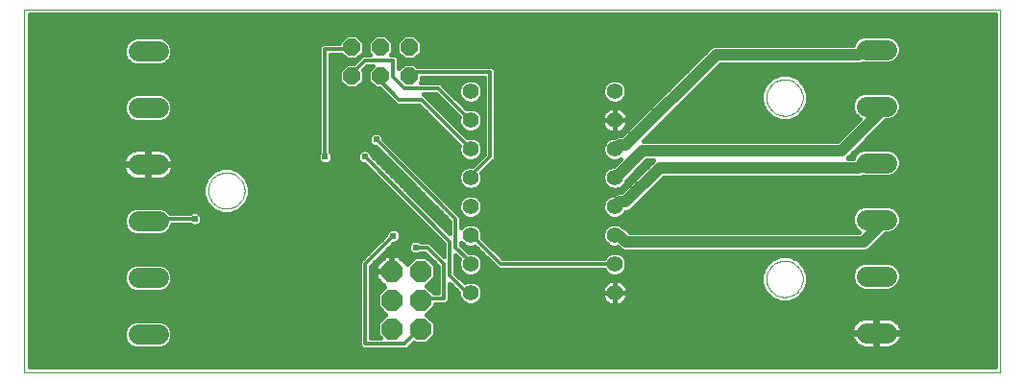
<source format=gbl>
G75*
G70*
%OFA0B0*%
%FSLAX24Y24*%
%IPPOS*%
%LPD*%
%AMOC8*
5,1,8,0,0,1.08239X$1,22.5*
%
%ADD10C,0.0000*%
%ADD11OC8,0.0600*%
%ADD12C,0.0554*%
%ADD13OC8,0.0740*%
%ADD14C,0.0705*%
%ADD15C,0.0120*%
%ADD16C,0.0240*%
%ADD17C,0.0160*%
%ADD18C,0.0317*%
%ADD19C,0.0400*%
D10*
X007188Y005731D02*
X007188Y018325D01*
X041042Y018325D01*
X041042Y005731D01*
X007188Y005731D01*
X013566Y012030D02*
X013568Y012080D01*
X013574Y012130D01*
X013584Y012179D01*
X013598Y012227D01*
X013615Y012274D01*
X013636Y012319D01*
X013661Y012363D01*
X013689Y012404D01*
X013721Y012443D01*
X013755Y012480D01*
X013792Y012514D01*
X013832Y012544D01*
X013874Y012571D01*
X013918Y012595D01*
X013964Y012616D01*
X014011Y012632D01*
X014059Y012645D01*
X014109Y012654D01*
X014158Y012659D01*
X014209Y012660D01*
X014259Y012657D01*
X014308Y012650D01*
X014357Y012639D01*
X014405Y012624D01*
X014451Y012606D01*
X014496Y012584D01*
X014539Y012558D01*
X014580Y012529D01*
X014619Y012497D01*
X014655Y012462D01*
X014687Y012424D01*
X014717Y012384D01*
X014744Y012341D01*
X014767Y012297D01*
X014786Y012251D01*
X014802Y012203D01*
X014814Y012154D01*
X014822Y012105D01*
X014826Y012055D01*
X014826Y012005D01*
X014822Y011955D01*
X014814Y011906D01*
X014802Y011857D01*
X014786Y011809D01*
X014767Y011763D01*
X014744Y011719D01*
X014717Y011676D01*
X014687Y011636D01*
X014655Y011598D01*
X014619Y011563D01*
X014580Y011531D01*
X014539Y011502D01*
X014496Y011476D01*
X014451Y011454D01*
X014405Y011436D01*
X014357Y011421D01*
X014308Y011410D01*
X014259Y011403D01*
X014209Y011400D01*
X014158Y011401D01*
X014109Y011406D01*
X014059Y011415D01*
X014011Y011428D01*
X013964Y011444D01*
X013918Y011465D01*
X013874Y011489D01*
X013832Y011516D01*
X013792Y011546D01*
X013755Y011580D01*
X013721Y011617D01*
X013689Y011656D01*
X013661Y011697D01*
X013636Y011741D01*
X013615Y011786D01*
X013598Y011833D01*
X013584Y011881D01*
X013574Y011930D01*
X013568Y011980D01*
X013566Y012030D01*
X032936Y008960D02*
X032938Y009010D01*
X032944Y009060D01*
X032954Y009109D01*
X032968Y009157D01*
X032985Y009204D01*
X033006Y009249D01*
X033031Y009293D01*
X033059Y009334D01*
X033091Y009373D01*
X033125Y009410D01*
X033162Y009444D01*
X033202Y009474D01*
X033244Y009501D01*
X033288Y009525D01*
X033334Y009546D01*
X033381Y009562D01*
X033429Y009575D01*
X033479Y009584D01*
X033528Y009589D01*
X033579Y009590D01*
X033629Y009587D01*
X033678Y009580D01*
X033727Y009569D01*
X033775Y009554D01*
X033821Y009536D01*
X033866Y009514D01*
X033909Y009488D01*
X033950Y009459D01*
X033989Y009427D01*
X034025Y009392D01*
X034057Y009354D01*
X034087Y009314D01*
X034114Y009271D01*
X034137Y009227D01*
X034156Y009181D01*
X034172Y009133D01*
X034184Y009084D01*
X034192Y009035D01*
X034196Y008985D01*
X034196Y008935D01*
X034192Y008885D01*
X034184Y008836D01*
X034172Y008787D01*
X034156Y008739D01*
X034137Y008693D01*
X034114Y008649D01*
X034087Y008606D01*
X034057Y008566D01*
X034025Y008528D01*
X033989Y008493D01*
X033950Y008461D01*
X033909Y008432D01*
X033866Y008406D01*
X033821Y008384D01*
X033775Y008366D01*
X033727Y008351D01*
X033678Y008340D01*
X033629Y008333D01*
X033579Y008330D01*
X033528Y008331D01*
X033479Y008336D01*
X033429Y008345D01*
X033381Y008358D01*
X033334Y008374D01*
X033288Y008395D01*
X033244Y008419D01*
X033202Y008446D01*
X033162Y008476D01*
X033125Y008510D01*
X033091Y008547D01*
X033059Y008586D01*
X033031Y008627D01*
X033006Y008671D01*
X032985Y008716D01*
X032968Y008763D01*
X032954Y008811D01*
X032944Y008860D01*
X032938Y008910D01*
X032936Y008960D01*
X032936Y015259D02*
X032938Y015309D01*
X032944Y015359D01*
X032954Y015408D01*
X032968Y015456D01*
X032985Y015503D01*
X033006Y015548D01*
X033031Y015592D01*
X033059Y015633D01*
X033091Y015672D01*
X033125Y015709D01*
X033162Y015743D01*
X033202Y015773D01*
X033244Y015800D01*
X033288Y015824D01*
X033334Y015845D01*
X033381Y015861D01*
X033429Y015874D01*
X033479Y015883D01*
X033528Y015888D01*
X033579Y015889D01*
X033629Y015886D01*
X033678Y015879D01*
X033727Y015868D01*
X033775Y015853D01*
X033821Y015835D01*
X033866Y015813D01*
X033909Y015787D01*
X033950Y015758D01*
X033989Y015726D01*
X034025Y015691D01*
X034057Y015653D01*
X034087Y015613D01*
X034114Y015570D01*
X034137Y015526D01*
X034156Y015480D01*
X034172Y015432D01*
X034184Y015383D01*
X034192Y015334D01*
X034196Y015284D01*
X034196Y015234D01*
X034192Y015184D01*
X034184Y015135D01*
X034172Y015086D01*
X034156Y015038D01*
X034137Y014992D01*
X034114Y014948D01*
X034087Y014905D01*
X034057Y014865D01*
X034025Y014827D01*
X033989Y014792D01*
X033950Y014760D01*
X033909Y014731D01*
X033866Y014705D01*
X033821Y014683D01*
X033775Y014665D01*
X033727Y014650D01*
X033678Y014639D01*
X033629Y014632D01*
X033579Y014629D01*
X033528Y014630D01*
X033479Y014635D01*
X033429Y014644D01*
X033381Y014657D01*
X033334Y014673D01*
X033288Y014694D01*
X033244Y014718D01*
X033202Y014745D01*
X033162Y014775D01*
X033125Y014809D01*
X033091Y014846D01*
X033059Y014885D01*
X033031Y014926D01*
X033006Y014970D01*
X032985Y015015D01*
X032968Y015062D01*
X032954Y015110D01*
X032944Y015159D01*
X032938Y015209D01*
X032936Y015259D01*
D11*
X020542Y016013D03*
X019542Y016013D03*
X018542Y016013D03*
X018542Y017013D03*
X019542Y017013D03*
X020542Y017013D03*
D12*
X022672Y015481D03*
X022672Y014481D03*
X022672Y013481D03*
X022672Y012481D03*
X022672Y011481D03*
X022672Y010481D03*
X022672Y009481D03*
X022672Y008481D03*
X027672Y008481D03*
X027672Y009481D03*
X027672Y010481D03*
X027672Y011481D03*
X027672Y012481D03*
X027672Y013481D03*
X027672Y014481D03*
X027672Y015481D03*
D13*
X020936Y009227D03*
X019936Y009227D03*
X019936Y008227D03*
X020936Y008227D03*
X020936Y007227D03*
X019936Y007227D03*
D14*
X011831Y007036D02*
X011126Y007036D01*
X011126Y009004D02*
X011831Y009004D01*
X011831Y010973D02*
X011126Y010973D01*
X011126Y012941D02*
X011831Y012941D01*
X011831Y014910D02*
X011126Y014910D01*
X011126Y016878D02*
X011831Y016878D01*
X036401Y016932D02*
X037106Y016932D01*
X037106Y014963D02*
X036401Y014963D01*
X036401Y012995D02*
X037106Y012995D01*
X037106Y011026D02*
X036401Y011026D01*
X036401Y009058D02*
X037106Y009058D01*
X037106Y007089D02*
X036401Y007089D01*
D15*
X027672Y009481D02*
X027660Y009471D01*
X023723Y009471D01*
X022739Y010456D01*
X022672Y010481D01*
X021952Y010259D02*
X018999Y013211D01*
X017621Y013211D02*
X017621Y016952D01*
X018408Y016952D01*
X018542Y017013D01*
X018999Y016558D02*
X018605Y016164D01*
X018542Y016013D01*
X019393Y015967D02*
X019542Y016013D01*
X019393Y015967D02*
X020180Y015180D01*
X020967Y015180D01*
X022542Y013605D01*
X022672Y013481D01*
X023330Y013211D02*
X023330Y016164D01*
X020574Y016164D01*
X020542Y016013D01*
X020377Y015574D02*
X019983Y015967D01*
X019983Y016558D01*
X018999Y016558D01*
X020377Y015574D02*
X021558Y015574D01*
X022542Y014589D01*
X022672Y014481D01*
X023330Y013211D02*
X022739Y012621D01*
X022672Y012481D01*
X022149Y011046D02*
X019393Y013802D01*
X022149Y011046D02*
X022149Y010062D01*
X022542Y009668D01*
X022672Y009481D01*
X021952Y009078D02*
X021952Y010259D01*
X021755Y009471D02*
X021164Y010062D01*
X020771Y010062D01*
X019983Y010456D02*
X018999Y009471D01*
X018999Y006715D01*
X020377Y006715D01*
X020771Y007109D01*
X020936Y007227D01*
X020936Y008227D02*
X020967Y008290D01*
X021755Y008290D01*
X021755Y009471D01*
X021952Y009078D02*
X022542Y008487D01*
X022672Y008481D01*
X013093Y011046D02*
X011519Y011046D01*
X011478Y010973D01*
D16*
X013093Y011046D03*
X017621Y013211D03*
X018999Y013211D03*
X019393Y013802D03*
X019983Y010456D03*
X020771Y010062D03*
D17*
X020534Y010169D02*
X019980Y010169D01*
X020006Y010196D02*
X020035Y010196D01*
X020130Y010235D01*
X020204Y010308D01*
X020243Y010404D01*
X020243Y010507D01*
X020204Y010603D01*
X020130Y010676D01*
X020035Y010716D01*
X019931Y010716D01*
X019836Y010676D01*
X019763Y010603D01*
X019723Y010507D01*
X019723Y010478D01*
X018916Y009671D01*
X018799Y009554D01*
X018799Y006633D01*
X018916Y006515D01*
X020460Y006515D01*
X020693Y006749D01*
X020725Y006717D01*
X021147Y006717D01*
X021446Y007016D01*
X021446Y007438D01*
X021157Y007727D01*
X021446Y008016D01*
X021446Y008090D01*
X021838Y008090D01*
X021955Y008207D01*
X021955Y008792D01*
X022255Y008491D01*
X022255Y008398D01*
X022318Y008245D01*
X022436Y008128D01*
X022589Y008064D01*
X022755Y008064D01*
X022908Y008128D01*
X023026Y008245D01*
X023089Y008398D01*
X023089Y008564D01*
X023026Y008717D01*
X022908Y008835D01*
X022755Y008898D01*
X022589Y008898D01*
X022465Y008847D01*
X022152Y009160D01*
X022152Y009776D01*
X022287Y009641D01*
X022255Y009564D01*
X022255Y009398D01*
X022318Y009245D01*
X022436Y009128D01*
X022589Y009064D01*
X022755Y009064D01*
X022908Y009128D01*
X023026Y009245D01*
X023089Y009398D01*
X023089Y009564D01*
X023026Y009717D01*
X022908Y009835D01*
X022755Y009898D01*
X022595Y009898D01*
X022349Y010145D01*
X022349Y010215D01*
X022436Y010128D01*
X022589Y010064D01*
X022755Y010064D01*
X022821Y010091D01*
X023640Y009271D01*
X027308Y009271D01*
X027318Y009245D01*
X027436Y009128D01*
X027589Y009064D01*
X027755Y009064D01*
X027908Y009128D01*
X028026Y009245D01*
X028089Y009398D01*
X028089Y009564D01*
X028026Y009717D01*
X027908Y009835D01*
X027755Y009898D01*
X027589Y009898D01*
X027436Y009835D01*
X027318Y009717D01*
X027299Y009671D01*
X023806Y009671D01*
X023086Y010391D01*
X023089Y010398D01*
X023089Y010564D01*
X023026Y010717D01*
X022908Y010835D01*
X022755Y010898D01*
X022589Y010898D01*
X022436Y010835D01*
X022349Y010748D01*
X022349Y011129D01*
X019653Y013825D01*
X019653Y013854D01*
X019613Y013949D01*
X019540Y014022D01*
X019444Y014062D01*
X019341Y014062D01*
X019245Y014022D01*
X019172Y013949D01*
X019133Y013854D01*
X019133Y013750D01*
X019172Y013655D01*
X019245Y013582D01*
X019341Y013542D01*
X019370Y013542D01*
X021949Y010963D01*
X021949Y010545D01*
X019259Y013234D01*
X019259Y013263D01*
X019219Y013359D01*
X019146Y013432D01*
X019051Y013471D01*
X018947Y013471D01*
X018852Y013432D01*
X018778Y013359D01*
X018739Y013263D01*
X018739Y013160D01*
X018778Y013064D01*
X018852Y012991D01*
X018947Y012951D01*
X018976Y012951D01*
X021752Y010176D01*
X021752Y009757D01*
X021247Y010262D01*
X020938Y010262D01*
X020918Y010282D01*
X020822Y010322D01*
X020719Y010322D01*
X020623Y010282D01*
X020550Y010209D01*
X020511Y010114D01*
X020511Y010010D01*
X020550Y009915D01*
X020623Y009841D01*
X020719Y009802D01*
X020822Y009802D01*
X020918Y009841D01*
X020938Y009862D01*
X021081Y009862D01*
X021555Y009388D01*
X021555Y008490D01*
X021394Y008490D01*
X021157Y008727D01*
X021446Y009016D01*
X021446Y009438D01*
X021147Y009737D01*
X020725Y009737D01*
X020464Y009477D01*
X020164Y009777D01*
X019956Y009777D01*
X019956Y009247D01*
X019916Y009247D01*
X019916Y009207D01*
X019386Y009207D01*
X019386Y008999D01*
X019686Y008699D01*
X019426Y008438D01*
X019426Y008016D01*
X019715Y007727D01*
X019426Y007438D01*
X019426Y007016D01*
X019526Y006915D01*
X019199Y006915D01*
X019199Y009388D01*
X020006Y010196D01*
X020212Y010328D02*
X021600Y010328D01*
X021752Y010169D02*
X021340Y010169D01*
X021498Y010011D02*
X021752Y010011D01*
X021752Y009852D02*
X021657Y009852D01*
X021408Y009535D02*
X021349Y009535D01*
X021446Y009377D02*
X021555Y009377D01*
X021555Y009218D02*
X021446Y009218D01*
X021446Y009060D02*
X021555Y009060D01*
X021555Y008901D02*
X021331Y008901D01*
X021173Y008743D02*
X021555Y008743D01*
X021555Y008584D02*
X021300Y008584D01*
X021955Y008584D02*
X022162Y008584D01*
X022255Y008426D02*
X021955Y008426D01*
X021955Y008267D02*
X022309Y008267D01*
X022481Y008109D02*
X021856Y008109D01*
X021380Y007950D02*
X040862Y007950D01*
X040862Y007792D02*
X021222Y007792D01*
X021251Y007633D02*
X040862Y007633D01*
X040862Y007475D02*
X037474Y007475D01*
X037453Y007495D02*
X037385Y007545D01*
X037311Y007583D01*
X037231Y007609D01*
X037148Y007622D01*
X036791Y007622D01*
X036791Y007127D01*
X036716Y007127D01*
X036716Y007622D01*
X036359Y007622D01*
X036276Y007609D01*
X036197Y007583D01*
X036122Y007545D01*
X036054Y007495D01*
X035995Y007436D01*
X035946Y007368D01*
X035908Y007294D01*
X035882Y007214D01*
X035869Y007131D01*
X035869Y007127D01*
X036716Y007127D01*
X036716Y007052D01*
X035869Y007052D01*
X035869Y007047D01*
X035882Y006965D01*
X035908Y006885D01*
X035946Y006810D01*
X035995Y006742D01*
X036054Y006683D01*
X036122Y006634D01*
X036197Y006596D01*
X036276Y006570D01*
X036359Y006557D01*
X036716Y006557D01*
X036716Y007052D01*
X036791Y007052D01*
X036791Y007127D01*
X037639Y007127D01*
X037639Y007131D01*
X037626Y007214D01*
X037600Y007294D01*
X037562Y007368D01*
X037512Y007436D01*
X037453Y007495D01*
X037588Y007316D02*
X040862Y007316D01*
X040862Y007158D02*
X037634Y007158D01*
X037639Y007052D02*
X036791Y007052D01*
X036791Y006557D01*
X037148Y006557D01*
X037231Y006570D01*
X037311Y006596D01*
X037385Y006634D01*
X037453Y006683D01*
X037512Y006742D01*
X037562Y006810D01*
X037600Y006885D01*
X037626Y006965D01*
X037639Y007047D01*
X037639Y007052D01*
X037631Y006999D02*
X040862Y006999D01*
X040862Y006841D02*
X037577Y006841D01*
X037452Y006682D02*
X040862Y006682D01*
X040862Y006524D02*
X020468Y006524D01*
X020626Y006682D02*
X036055Y006682D01*
X035930Y006841D02*
X021271Y006841D01*
X021429Y006999D02*
X035876Y006999D01*
X035873Y007158D02*
X021446Y007158D01*
X021446Y007316D02*
X035919Y007316D01*
X036033Y007475D02*
X021410Y007475D01*
X022863Y008109D02*
X027407Y008109D01*
X027433Y008090D02*
X027497Y008058D01*
X027565Y008035D01*
X027636Y008024D01*
X027664Y008024D01*
X027664Y008473D01*
X027681Y008473D01*
X027681Y008490D01*
X028129Y008490D01*
X028129Y008517D01*
X028118Y008588D01*
X028096Y008657D01*
X028063Y008721D01*
X028021Y008779D01*
X027970Y008830D01*
X027912Y008872D01*
X027848Y008905D01*
X027779Y008927D01*
X027708Y008938D01*
X027681Y008938D01*
X027681Y008490D01*
X027664Y008490D01*
X027664Y008938D01*
X027636Y008938D01*
X027565Y008927D01*
X027497Y008905D01*
X027433Y008872D01*
X027374Y008830D01*
X027323Y008779D01*
X027281Y008721D01*
X027248Y008657D01*
X027226Y008588D01*
X027215Y008517D01*
X027215Y008490D01*
X027664Y008490D01*
X027664Y008473D01*
X027215Y008473D01*
X027215Y008445D01*
X027226Y008374D01*
X027248Y008306D01*
X027281Y008242D01*
X027323Y008183D01*
X027374Y008132D01*
X027433Y008090D01*
X027664Y008109D02*
X027681Y008109D01*
X027681Y008024D02*
X027708Y008024D01*
X027779Y008035D01*
X027848Y008058D01*
X027912Y008090D01*
X027970Y008132D01*
X028021Y008183D01*
X028063Y008242D01*
X028096Y008306D01*
X028118Y008374D01*
X028129Y008445D01*
X028129Y008473D01*
X027681Y008473D01*
X027681Y008024D01*
X027664Y008267D02*
X027681Y008267D01*
X027664Y008426D02*
X027681Y008426D01*
X027664Y008584D02*
X027681Y008584D01*
X027664Y008743D02*
X027681Y008743D01*
X027664Y008901D02*
X027681Y008901D01*
X027855Y008901D02*
X032756Y008901D01*
X032756Y008798D02*
X032879Y008501D01*
X033107Y008273D01*
X033405Y008150D01*
X033727Y008150D01*
X034025Y008273D01*
X034252Y008501D01*
X034376Y008798D01*
X034376Y009121D01*
X034252Y009418D01*
X034025Y009646D01*
X033727Y009769D01*
X033405Y009769D01*
X033107Y009646D01*
X032879Y009418D01*
X032756Y009121D01*
X032756Y008798D01*
X032779Y008743D02*
X028047Y008743D01*
X028119Y008584D02*
X032845Y008584D01*
X032954Y008426D02*
X028126Y008426D01*
X028076Y008267D02*
X033121Y008267D01*
X034011Y008267D02*
X040862Y008267D01*
X040862Y008109D02*
X027937Y008109D01*
X027268Y008267D02*
X023035Y008267D01*
X023089Y008426D02*
X027218Y008426D01*
X027226Y008584D02*
X023081Y008584D01*
X023001Y008743D02*
X027297Y008743D01*
X027489Y008901D02*
X022411Y008901D01*
X022252Y009060D02*
X032756Y009060D01*
X032796Y009218D02*
X027999Y009218D01*
X028080Y009377D02*
X032862Y009377D01*
X032996Y009535D02*
X028089Y009535D01*
X028036Y009694D02*
X033222Y009694D01*
X033910Y009694D02*
X040862Y009694D01*
X040862Y009852D02*
X027867Y009852D01*
X027861Y009971D02*
X027986Y009919D01*
X036389Y009919D01*
X036514Y009971D01*
X037078Y010534D01*
X037204Y010534D01*
X037385Y010609D01*
X037524Y010747D01*
X037599Y010928D01*
X037599Y011124D01*
X037524Y011305D01*
X037385Y011444D01*
X037204Y011519D01*
X036303Y011519D01*
X036122Y011444D01*
X035984Y011305D01*
X035909Y011124D01*
X035909Y010928D01*
X035984Y010747D01*
X036122Y010609D01*
X036146Y010599D01*
X028195Y010599D01*
X028114Y010679D01*
X028087Y010715D01*
X028067Y010727D01*
X028050Y010744D01*
X028009Y010761D01*
X027971Y010783D01*
X027958Y010785D01*
X027908Y010835D01*
X027755Y010898D01*
X027589Y010898D01*
X027436Y010835D01*
X027318Y010717D01*
X027255Y010564D01*
X027255Y010398D01*
X027318Y010245D01*
X027436Y010128D01*
X027589Y010064D01*
X027755Y010064D01*
X027764Y010068D01*
X027766Y010066D01*
X027861Y009971D01*
X027821Y010011D02*
X023467Y010011D01*
X023308Y010169D02*
X027394Y010169D01*
X027284Y010328D02*
X023150Y010328D01*
X023089Y010486D02*
X027255Y010486D01*
X027288Y010645D02*
X023056Y010645D01*
X022940Y010803D02*
X027404Y010803D01*
X027940Y010803D02*
X035960Y010803D01*
X035909Y010962D02*
X022349Y010962D01*
X022349Y011120D02*
X022454Y011120D01*
X022436Y011128D02*
X022589Y011064D01*
X022755Y011064D01*
X022908Y011128D01*
X023026Y011245D01*
X023089Y011398D01*
X023089Y011564D01*
X023026Y011717D01*
X022908Y011835D01*
X022755Y011898D01*
X022589Y011898D01*
X022436Y011835D01*
X022318Y011717D01*
X022255Y011564D01*
X022255Y011398D01*
X022318Y011245D01*
X022436Y011128D01*
X022304Y011279D02*
X022199Y011279D01*
X022255Y011437D02*
X022040Y011437D01*
X021882Y011596D02*
X022268Y011596D01*
X022355Y011754D02*
X021723Y011754D01*
X021565Y011913D02*
X027652Y011913D01*
X027665Y011925D02*
X027638Y011898D01*
X027589Y011898D01*
X027436Y011835D01*
X027318Y011717D01*
X027255Y011564D01*
X027255Y011398D01*
X027318Y011245D01*
X027436Y011128D01*
X027589Y011064D01*
X027755Y011064D01*
X027908Y011128D01*
X028026Y011245D01*
X028047Y011297D01*
X028122Y011297D01*
X028247Y011348D01*
X029376Y012478D01*
X036193Y012478D01*
X036277Y012513D01*
X036303Y012502D01*
X037204Y012502D01*
X037385Y012577D01*
X037524Y012716D01*
X037599Y012897D01*
X037599Y013093D01*
X037524Y013274D01*
X037385Y013412D01*
X037204Y013487D01*
X036303Y013487D01*
X036122Y013412D01*
X035984Y013274D01*
X035936Y013158D01*
X035765Y013158D01*
X037078Y014471D01*
X037204Y014471D01*
X037385Y014546D01*
X037524Y014684D01*
X037599Y014865D01*
X037599Y015061D01*
X037524Y015242D01*
X037385Y015381D01*
X037204Y015456D01*
X036303Y015456D01*
X036122Y015381D01*
X035984Y015242D01*
X035909Y015061D01*
X035909Y014865D01*
X035984Y014684D01*
X036122Y014546D01*
X036171Y014526D01*
X035393Y013748D01*
X028678Y013748D01*
X031344Y016415D01*
X036193Y016415D01*
X036277Y016450D01*
X036303Y016439D01*
X037204Y016439D01*
X037385Y016514D01*
X037524Y016653D01*
X037599Y016834D01*
X037599Y017030D01*
X037524Y017211D01*
X037385Y017349D01*
X037204Y017424D01*
X036303Y017424D01*
X036122Y017349D01*
X035984Y017211D01*
X035936Y017095D01*
X031136Y017095D01*
X031011Y017043D01*
X030915Y016947D01*
X027913Y013945D01*
X027890Y013945D01*
X027857Y013952D01*
X027823Y013945D01*
X027790Y013945D01*
X027758Y013932D01*
X027724Y013925D01*
X027696Y013906D01*
X027676Y013898D01*
X027589Y013898D01*
X027436Y013835D01*
X027318Y013717D01*
X027255Y013564D01*
X027255Y013398D01*
X027318Y013245D01*
X027436Y013128D01*
X027589Y013064D01*
X027755Y013064D01*
X027865Y013109D01*
X027654Y012898D01*
X027589Y012898D01*
X027436Y012835D01*
X027318Y012717D01*
X027255Y012564D01*
X027255Y012398D01*
X027318Y012245D01*
X027436Y012128D01*
X027589Y012064D01*
X027755Y012064D01*
X027908Y012128D01*
X028026Y012245D01*
X028071Y012354D01*
X028081Y012364D01*
X028116Y012390D01*
X028128Y012411D01*
X028785Y013068D01*
X029005Y013068D01*
X028947Y013010D01*
X027913Y011977D01*
X027872Y011977D01*
X027819Y011981D01*
X027805Y011977D01*
X027790Y011977D01*
X027741Y011956D01*
X027690Y011940D01*
X027679Y011931D01*
X027665Y011925D01*
X027572Y012071D02*
X022772Y012071D01*
X022755Y012064D02*
X022908Y012128D01*
X023026Y012245D01*
X023089Y012398D01*
X023089Y012564D01*
X023053Y012652D01*
X023412Y013011D01*
X023530Y013129D01*
X023530Y016247D01*
X023412Y016364D01*
X020812Y016364D01*
X020724Y016453D01*
X020359Y016453D01*
X020183Y016276D01*
X020183Y016641D01*
X020066Y016758D01*
X019909Y016758D01*
X019982Y016830D01*
X019982Y017195D01*
X019724Y017453D01*
X019359Y017453D01*
X019102Y017195D01*
X019102Y016830D01*
X019174Y016758D01*
X018916Y016758D01*
X018611Y016453D01*
X018359Y016453D01*
X018102Y016195D01*
X018102Y015830D01*
X018359Y015573D01*
X018724Y015573D01*
X018982Y015830D01*
X018982Y016195D01*
X018950Y016226D01*
X019082Y016358D01*
X019265Y016358D01*
X019102Y016195D01*
X019102Y015830D01*
X019359Y015573D01*
X019504Y015573D01*
X020097Y014980D01*
X020885Y014980D01*
X022268Y013596D01*
X022255Y013564D01*
X022255Y013398D01*
X022318Y013245D01*
X022436Y013128D01*
X022589Y013064D01*
X022755Y013064D01*
X022908Y013128D01*
X023026Y013245D01*
X023089Y013398D01*
X023089Y013564D01*
X023026Y013717D01*
X022908Y013835D01*
X022755Y013898D01*
X022589Y013898D01*
X022549Y013882D01*
X021167Y015263D01*
X021057Y015374D01*
X021475Y015374D01*
X022264Y014585D01*
X022255Y014564D01*
X022255Y014398D01*
X022318Y014245D01*
X022436Y014128D01*
X022589Y014064D01*
X022755Y014064D01*
X022908Y014128D01*
X023026Y014245D01*
X023089Y014398D01*
X023089Y014564D01*
X023026Y014717D01*
X022908Y014835D01*
X022755Y014898D01*
X022589Y014898D01*
X022538Y014877D01*
X021758Y015657D01*
X021641Y015774D01*
X020925Y015774D01*
X020982Y015830D01*
X020982Y015964D01*
X023130Y015964D01*
X023130Y013294D01*
X022734Y012898D01*
X022589Y012898D01*
X022436Y012835D01*
X022318Y012717D01*
X022255Y012564D01*
X022255Y012398D01*
X022318Y012245D01*
X022436Y012128D01*
X022589Y012064D01*
X022755Y012064D01*
X022572Y012071D02*
X021406Y012071D01*
X021248Y012230D02*
X022334Y012230D01*
X022259Y012388D02*
X021089Y012388D01*
X020931Y012547D02*
X022255Y012547D01*
X022313Y012705D02*
X020772Y012705D01*
X020614Y012864D02*
X022505Y012864D01*
X022383Y013181D02*
X020297Y013181D01*
X020138Y013339D02*
X022279Y013339D01*
X022255Y013498D02*
X019980Y013498D01*
X019821Y013656D02*
X022208Y013656D01*
X022050Y013815D02*
X019663Y013815D01*
X019589Y013973D02*
X021891Y013973D01*
X021733Y014132D02*
X017821Y014132D01*
X017821Y014290D02*
X021574Y014290D01*
X021416Y014449D02*
X017821Y014449D01*
X017821Y014607D02*
X021257Y014607D01*
X021099Y014766D02*
X017821Y014766D01*
X017821Y014924D02*
X020940Y014924D01*
X021348Y015083D02*
X021766Y015083D01*
X021608Y015241D02*
X021189Y015241D01*
X021506Y014924D02*
X021925Y014924D01*
X022083Y014766D02*
X021665Y014766D01*
X021823Y014607D02*
X022242Y014607D01*
X022255Y014449D02*
X021982Y014449D01*
X022140Y014290D02*
X022300Y014290D01*
X022299Y014132D02*
X022432Y014132D01*
X022457Y013973D02*
X023130Y013973D01*
X023130Y013815D02*
X022929Y013815D01*
X023051Y013656D02*
X023130Y013656D01*
X023130Y013498D02*
X023089Y013498D01*
X023065Y013339D02*
X023130Y013339D01*
X023016Y013181D02*
X022962Y013181D01*
X022857Y013022D02*
X020455Y013022D01*
X020048Y012864D02*
X019630Y012864D01*
X019788Y012705D02*
X020207Y012705D01*
X020365Y012547D02*
X019947Y012547D01*
X020105Y012388D02*
X020524Y012388D01*
X020682Y012230D02*
X020264Y012230D01*
X020422Y012071D02*
X020841Y012071D01*
X020999Y011913D02*
X020581Y011913D01*
X020739Y011754D02*
X021158Y011754D01*
X021316Y011596D02*
X020898Y011596D01*
X021056Y011437D02*
X021475Y011437D01*
X021633Y011279D02*
X021215Y011279D01*
X021373Y011120D02*
X021792Y011120D01*
X021949Y010962D02*
X021532Y010962D01*
X021690Y010803D02*
X021949Y010803D01*
X021949Y010645D02*
X021849Y010645D01*
X021441Y010486D02*
X020243Y010486D01*
X020162Y010645D02*
X021283Y010645D01*
X021124Y010803D02*
X013186Y010803D01*
X013145Y010786D02*
X013241Y010826D01*
X013314Y010899D01*
X013353Y010994D01*
X013353Y011098D01*
X013314Y011193D01*
X013241Y011267D01*
X013145Y011306D01*
X013042Y011306D01*
X012946Y011267D01*
X012926Y011246D01*
X012250Y011246D01*
X012248Y011251D01*
X012110Y011390D01*
X011929Y011465D01*
X011028Y011465D01*
X010847Y011390D01*
X010708Y011251D01*
X010633Y011070D01*
X010633Y010875D01*
X010708Y010694D01*
X010847Y010555D01*
X011028Y010480D01*
X011929Y010480D01*
X012110Y010555D01*
X012248Y010694D01*
X012311Y010846D01*
X012926Y010846D01*
X012946Y010826D01*
X013042Y010786D01*
X013145Y010786D01*
X013001Y010803D02*
X012294Y010803D01*
X012199Y010645D02*
X019805Y010645D01*
X019723Y010486D02*
X011944Y010486D01*
X011013Y010486D02*
X007368Y010486D01*
X007368Y010328D02*
X019572Y010328D01*
X019414Y010169D02*
X007368Y010169D01*
X007368Y010011D02*
X019255Y010011D01*
X019097Y009852D02*
X007368Y009852D01*
X007368Y009694D02*
X018938Y009694D01*
X018799Y009535D02*
X007368Y009535D01*
X007368Y009377D02*
X010802Y009377D01*
X010847Y009422D02*
X010708Y009283D01*
X010633Y009102D01*
X010633Y008906D01*
X010708Y008725D01*
X010847Y008586D01*
X011028Y008512D01*
X011929Y008512D01*
X012110Y008586D01*
X012248Y008725D01*
X012323Y008906D01*
X012323Y009102D01*
X012248Y009283D01*
X012110Y009422D01*
X011929Y009497D01*
X011028Y009497D01*
X010847Y009422D01*
X010681Y009218D02*
X007368Y009218D01*
X007368Y009060D02*
X010633Y009060D01*
X010635Y008901D02*
X007368Y008901D01*
X007368Y008743D02*
X010701Y008743D01*
X010852Y008584D02*
X007368Y008584D01*
X007368Y008426D02*
X018799Y008426D01*
X018799Y008584D02*
X012104Y008584D01*
X012256Y008743D02*
X018799Y008743D01*
X018799Y008901D02*
X012321Y008901D01*
X012323Y009060D02*
X018799Y009060D01*
X018799Y009218D02*
X012275Y009218D01*
X012155Y009377D02*
X018799Y009377D01*
X019199Y009377D02*
X019386Y009377D01*
X019386Y009455D02*
X019386Y009247D01*
X019916Y009247D01*
X019916Y009777D01*
X019708Y009777D01*
X019386Y009455D01*
X019346Y009535D02*
X019466Y009535D01*
X019504Y009694D02*
X019625Y009694D01*
X019663Y009852D02*
X020613Y009852D01*
X020681Y009694D02*
X020247Y009694D01*
X020406Y009535D02*
X020523Y009535D01*
X020929Y009852D02*
X021091Y009852D01*
X021191Y009694D02*
X021250Y009694D01*
X020511Y010011D02*
X019821Y010011D01*
X019916Y009694D02*
X019956Y009694D01*
X019956Y009535D02*
X019916Y009535D01*
X019916Y009377D02*
X019956Y009377D01*
X019916Y009218D02*
X019199Y009218D01*
X019199Y009060D02*
X019386Y009060D01*
X019484Y008901D02*
X019199Y008901D01*
X019199Y008743D02*
X019643Y008743D01*
X019572Y008584D02*
X019199Y008584D01*
X019199Y008426D02*
X019426Y008426D01*
X019426Y008267D02*
X019199Y008267D01*
X019199Y008109D02*
X019426Y008109D01*
X019492Y007950D02*
X019199Y007950D01*
X019199Y007792D02*
X019650Y007792D01*
X019621Y007633D02*
X019199Y007633D01*
X019199Y007475D02*
X019462Y007475D01*
X019426Y007316D02*
X019199Y007316D01*
X019199Y007158D02*
X019426Y007158D01*
X019443Y006999D02*
X019199Y006999D01*
X018799Y006999D02*
X012323Y006999D01*
X012323Y006938D02*
X012323Y007133D01*
X012248Y007314D01*
X012110Y007453D01*
X011929Y007528D01*
X011028Y007528D01*
X010847Y007453D01*
X010708Y007314D01*
X010633Y007133D01*
X010633Y006938D01*
X010708Y006757D01*
X010847Y006618D01*
X011028Y006543D01*
X011929Y006543D01*
X012110Y006618D01*
X012248Y006757D01*
X012323Y006938D01*
X012283Y006841D02*
X018799Y006841D01*
X018799Y006682D02*
X012174Y006682D01*
X012313Y007158D02*
X018799Y007158D01*
X018799Y007316D02*
X012247Y007316D01*
X012057Y007475D02*
X018799Y007475D01*
X018799Y007633D02*
X007368Y007633D01*
X007368Y007475D02*
X010899Y007475D01*
X010710Y007316D02*
X007368Y007316D01*
X007368Y007158D02*
X010643Y007158D01*
X010633Y006999D02*
X007368Y006999D01*
X007368Y006841D02*
X010673Y006841D01*
X010783Y006682D02*
X007368Y006682D01*
X007368Y006524D02*
X018908Y006524D01*
X018799Y007792D02*
X007368Y007792D01*
X007368Y007950D02*
X018799Y007950D01*
X018799Y008109D02*
X007368Y008109D01*
X007368Y008267D02*
X018799Y008267D01*
X021955Y008743D02*
X022004Y008743D01*
X022152Y009218D02*
X022345Y009218D01*
X022264Y009377D02*
X022152Y009377D01*
X022152Y009535D02*
X022255Y009535D01*
X022234Y009694D02*
X022152Y009694D01*
X022483Y010011D02*
X022901Y010011D01*
X022867Y009852D02*
X023060Y009852D01*
X023036Y009694D02*
X023218Y009694D01*
X023089Y009535D02*
X023377Y009535D01*
X023535Y009377D02*
X023080Y009377D01*
X022999Y009218D02*
X027345Y009218D01*
X027309Y009694D02*
X023784Y009694D01*
X023625Y009852D02*
X027478Y009852D01*
X028149Y010645D02*
X036086Y010645D01*
X035909Y011120D02*
X027891Y011120D01*
X028040Y011279D02*
X035973Y011279D01*
X036116Y011437D02*
X028335Y011437D01*
X028494Y011596D02*
X040862Y011596D01*
X040862Y011754D02*
X028652Y011754D01*
X028811Y011913D02*
X040862Y011913D01*
X040862Y012071D02*
X028969Y012071D01*
X029128Y012230D02*
X040862Y012230D01*
X040862Y012388D02*
X029286Y012388D01*
X028800Y012864D02*
X028581Y012864D01*
X028642Y012705D02*
X028422Y012705D01*
X028483Y012547D02*
X028264Y012547D01*
X028325Y012388D02*
X028113Y012388D01*
X028166Y012230D02*
X028011Y012230D01*
X028008Y012071D02*
X027772Y012071D01*
X027334Y012230D02*
X023011Y012230D01*
X023085Y012388D02*
X027259Y012388D01*
X027255Y012547D02*
X023089Y012547D01*
X023106Y012705D02*
X027313Y012705D01*
X027505Y012864D02*
X023265Y012864D01*
X023423Y013022D02*
X027778Y013022D01*
X027383Y013181D02*
X023530Y013181D01*
X023530Y013339D02*
X027279Y013339D01*
X027255Y013498D02*
X023530Y013498D01*
X023530Y013656D02*
X027293Y013656D01*
X027416Y013815D02*
X023530Y013815D01*
X023530Y013973D02*
X027941Y013973D01*
X027912Y014090D02*
X027848Y014058D01*
X027779Y014035D01*
X027708Y014024D01*
X027681Y014024D01*
X027681Y014473D01*
X027681Y014490D01*
X028129Y014490D01*
X028129Y014517D01*
X028118Y014588D01*
X028096Y014657D01*
X028063Y014721D01*
X028021Y014779D01*
X027970Y014830D01*
X027912Y014872D01*
X027848Y014905D01*
X027779Y014927D01*
X027708Y014938D01*
X027681Y014938D01*
X027681Y014490D01*
X027664Y014490D01*
X027664Y014938D01*
X027636Y014938D01*
X027565Y014927D01*
X027497Y014905D01*
X027433Y014872D01*
X027374Y014830D01*
X027323Y014779D01*
X027281Y014721D01*
X027248Y014657D01*
X027226Y014588D01*
X027215Y014517D01*
X027215Y014490D01*
X027664Y014490D01*
X027664Y014473D01*
X027681Y014473D01*
X028129Y014473D01*
X028129Y014445D01*
X028118Y014374D01*
X028096Y014306D01*
X028063Y014242D01*
X028021Y014183D01*
X027970Y014132D01*
X027912Y014090D01*
X027969Y014132D02*
X028100Y014132D01*
X028088Y014290D02*
X028258Y014290D01*
X028129Y014449D02*
X028417Y014449D01*
X028575Y014607D02*
X028112Y014607D01*
X028031Y014766D02*
X028734Y014766D01*
X028892Y014924D02*
X027788Y014924D01*
X027681Y014924D02*
X027664Y014924D01*
X027556Y014924D02*
X023530Y014924D01*
X023530Y014766D02*
X027314Y014766D01*
X027232Y014607D02*
X023530Y014607D01*
X023530Y014449D02*
X027215Y014449D01*
X027215Y014445D02*
X027226Y014374D01*
X027248Y014306D01*
X027281Y014242D01*
X027323Y014183D01*
X027374Y014132D01*
X027433Y014090D01*
X027497Y014058D01*
X027565Y014035D01*
X027636Y014024D01*
X027664Y014024D01*
X027664Y014473D01*
X027215Y014473D01*
X027215Y014445D01*
X027256Y014290D02*
X023530Y014290D01*
X023530Y014132D02*
X027375Y014132D01*
X027664Y014132D02*
X027681Y014132D01*
X027664Y014290D02*
X027681Y014290D01*
X027664Y014449D02*
X027681Y014449D01*
X027664Y014607D02*
X027681Y014607D01*
X027664Y014766D02*
X027681Y014766D01*
X027755Y015064D02*
X027908Y015128D01*
X028026Y015245D01*
X028089Y015398D01*
X028089Y015564D01*
X028026Y015717D01*
X029685Y015717D01*
X029843Y015875D02*
X027811Y015875D01*
X027755Y015898D02*
X027908Y015835D01*
X028026Y015717D01*
X028089Y015558D02*
X029526Y015558D01*
X029368Y015400D02*
X028089Y015400D01*
X028022Y015241D02*
X029209Y015241D01*
X029051Y015083D02*
X027800Y015083D01*
X027755Y015064D02*
X027589Y015064D01*
X027436Y015128D01*
X027318Y015245D01*
X027255Y015398D01*
X027255Y015564D01*
X027318Y015717D01*
X023530Y015717D01*
X023530Y015875D02*
X027533Y015875D01*
X027589Y015898D02*
X027436Y015835D01*
X027318Y015717D01*
X027255Y015558D02*
X023530Y015558D01*
X023530Y015400D02*
X027255Y015400D01*
X027322Y015241D02*
X023530Y015241D01*
X023530Y015083D02*
X027544Y015083D01*
X027589Y015898D02*
X027755Y015898D01*
X029695Y014766D02*
X032913Y014766D01*
X032879Y014800D02*
X032756Y015098D01*
X032756Y015420D01*
X032879Y015718D01*
X033107Y015945D01*
X033405Y016069D01*
X033727Y016069D01*
X034025Y015945D01*
X034252Y015718D01*
X034376Y015420D01*
X034376Y015098D01*
X034252Y014800D01*
X034025Y014572D01*
X033727Y014449D01*
X033405Y014449D01*
X033107Y014572D01*
X032879Y014800D01*
X032828Y014924D02*
X029854Y014924D01*
X030012Y015083D02*
X032762Y015083D01*
X032756Y015241D02*
X030171Y015241D01*
X030329Y015400D02*
X032756Y015400D01*
X032813Y015558D02*
X030488Y015558D01*
X030646Y015717D02*
X032879Y015717D01*
X033037Y015875D02*
X030805Y015875D01*
X030963Y016034D02*
X033320Y016034D01*
X033811Y016034D02*
X040862Y016034D01*
X040862Y016192D02*
X031122Y016192D01*
X031280Y016351D02*
X040862Y016351D01*
X040862Y016509D02*
X037373Y016509D01*
X037530Y016668D02*
X040862Y016668D01*
X040862Y016826D02*
X037595Y016826D01*
X037599Y016985D02*
X040862Y016985D01*
X040862Y017143D02*
X037552Y017143D01*
X037433Y017302D02*
X040862Y017302D01*
X040862Y017460D02*
X007368Y017460D01*
X007368Y017302D02*
X010862Y017302D01*
X010847Y017296D02*
X010708Y017157D01*
X010633Y016976D01*
X010633Y016780D01*
X010708Y016599D01*
X010847Y016461D01*
X011028Y016386D01*
X011929Y016386D01*
X012110Y016461D01*
X012248Y016599D01*
X012323Y016780D01*
X012323Y016976D01*
X012248Y017157D01*
X012110Y017296D01*
X011929Y017371D01*
X011028Y017371D01*
X010847Y017296D01*
X010702Y017143D02*
X007368Y017143D01*
X007368Y016985D02*
X010637Y016985D01*
X010633Y016826D02*
X007368Y016826D01*
X007368Y016668D02*
X010680Y016668D01*
X010798Y016509D02*
X007368Y016509D01*
X007368Y016351D02*
X017421Y016351D01*
X017421Y016509D02*
X012158Y016509D01*
X012277Y016668D02*
X017421Y016668D01*
X017421Y016826D02*
X012323Y016826D01*
X012320Y016985D02*
X017421Y016985D01*
X017421Y017034D02*
X017421Y013379D01*
X017401Y013359D01*
X017361Y013263D01*
X017361Y013160D01*
X017401Y013064D01*
X017474Y012991D01*
X017569Y012951D01*
X017673Y012951D01*
X017768Y012991D01*
X017841Y013064D01*
X017881Y013160D01*
X017881Y013263D01*
X017841Y013359D01*
X017821Y013379D01*
X017821Y016752D01*
X018180Y016752D01*
X018359Y016573D01*
X018724Y016573D01*
X018982Y016830D01*
X018982Y017195D01*
X018724Y017453D01*
X018359Y017453D01*
X018102Y017195D01*
X018102Y017152D01*
X017538Y017152D01*
X017421Y017034D01*
X017530Y017143D02*
X012254Y017143D01*
X012095Y017302D02*
X018208Y017302D01*
X018875Y017302D02*
X019208Y017302D01*
X019102Y017143D02*
X018982Y017143D01*
X018982Y016985D02*
X019102Y016985D01*
X019106Y016826D02*
X018977Y016826D01*
X018826Y016668D02*
X018819Y016668D01*
X018667Y016509D02*
X017821Y016509D01*
X017821Y016351D02*
X018257Y016351D01*
X018102Y016192D02*
X017821Y016192D01*
X017821Y016034D02*
X018102Y016034D01*
X018102Y015875D02*
X017821Y015875D01*
X017821Y015717D02*
X018215Y015717D01*
X017821Y015558D02*
X019519Y015558D01*
X019677Y015400D02*
X017821Y015400D01*
X017821Y015241D02*
X019836Y015241D01*
X019994Y015083D02*
X017821Y015083D01*
X017421Y015083D02*
X012292Y015083D01*
X012323Y015007D02*
X012248Y015189D01*
X012110Y015327D01*
X011929Y015402D01*
X011028Y015402D01*
X010847Y015327D01*
X010708Y015189D01*
X010633Y015007D01*
X010633Y014812D01*
X010708Y014631D01*
X010847Y014492D01*
X011028Y014417D01*
X011929Y014417D01*
X012110Y014492D01*
X012248Y014631D01*
X012323Y014812D01*
X012323Y015007D01*
X012323Y014924D02*
X017421Y014924D01*
X017421Y014766D02*
X012304Y014766D01*
X012225Y014607D02*
X017421Y014607D01*
X017421Y014449D02*
X012005Y014449D01*
X010951Y014449D02*
X007368Y014449D01*
X007368Y014607D02*
X010732Y014607D01*
X010652Y014766D02*
X007368Y014766D01*
X007368Y014924D02*
X010633Y014924D01*
X010664Y015083D02*
X007368Y015083D01*
X007368Y015241D02*
X010761Y015241D01*
X011022Y015400D02*
X007368Y015400D01*
X007368Y015558D02*
X017421Y015558D01*
X017421Y015400D02*
X011934Y015400D01*
X012196Y015241D02*
X017421Y015241D01*
X017421Y015717D02*
X007368Y015717D01*
X007368Y015875D02*
X017421Y015875D01*
X017421Y016034D02*
X007368Y016034D01*
X007368Y016192D02*
X017421Y016192D01*
X017821Y016668D02*
X018264Y016668D01*
X018982Y016192D02*
X019102Y016192D01*
X019102Y016034D02*
X018982Y016034D01*
X018982Y015875D02*
X019102Y015875D01*
X019215Y015717D02*
X018868Y015717D01*
X019074Y016351D02*
X019257Y016351D01*
X019977Y016826D02*
X020106Y016826D01*
X020102Y016830D02*
X020359Y016573D01*
X020724Y016573D01*
X020982Y016830D01*
X020982Y017195D01*
X020724Y017453D01*
X020359Y017453D01*
X020102Y017195D01*
X020102Y016830D01*
X020102Y016985D02*
X019982Y016985D01*
X019982Y017143D02*
X020102Y017143D01*
X020208Y017302D02*
X019875Y017302D01*
X020156Y016668D02*
X020264Y016668D01*
X020183Y016509D02*
X030477Y016509D01*
X030319Y016351D02*
X023426Y016351D01*
X023530Y016192D02*
X030160Y016192D01*
X030002Y016034D02*
X023530Y016034D01*
X023130Y015875D02*
X022811Y015875D01*
X022755Y015898D02*
X022589Y015898D01*
X022436Y015835D01*
X022318Y015717D01*
X021698Y015717D01*
X021856Y015558D02*
X022255Y015558D01*
X022255Y015564D02*
X022255Y015398D01*
X022318Y015245D01*
X022436Y015128D01*
X022589Y015064D01*
X022755Y015064D01*
X022908Y015128D01*
X023026Y015245D01*
X023089Y015398D01*
X023089Y015564D01*
X023026Y015717D01*
X023130Y015717D01*
X023026Y015717D02*
X022908Y015835D01*
X022755Y015898D01*
X022533Y015875D02*
X020982Y015875D01*
X020257Y016351D02*
X020183Y016351D01*
X020819Y016668D02*
X030636Y016668D01*
X030794Y016826D02*
X020977Y016826D01*
X020982Y016985D02*
X030953Y016985D01*
X034095Y015875D02*
X040862Y015875D01*
X040862Y015717D02*
X034253Y015717D01*
X034318Y015558D02*
X040862Y015558D01*
X040862Y015400D02*
X037339Y015400D01*
X037524Y015241D02*
X040862Y015241D01*
X040862Y015083D02*
X037590Y015083D01*
X037599Y014924D02*
X040862Y014924D01*
X040862Y014766D02*
X037557Y014766D01*
X037447Y014607D02*
X040862Y014607D01*
X040862Y014449D02*
X037056Y014449D01*
X036897Y014290D02*
X040862Y014290D01*
X040862Y014132D02*
X036739Y014132D01*
X036580Y013973D02*
X040862Y013973D01*
X040862Y013815D02*
X036422Y013815D01*
X036263Y013656D02*
X040862Y013656D01*
X040862Y013498D02*
X036105Y013498D01*
X036049Y013339D02*
X035946Y013339D01*
X035945Y013181D02*
X035788Y013181D01*
X035460Y013815D02*
X028744Y013815D01*
X028903Y013973D02*
X035618Y013973D01*
X035777Y014132D02*
X029061Y014132D01*
X029220Y014290D02*
X035935Y014290D01*
X036094Y014449D02*
X029378Y014449D01*
X029537Y014607D02*
X033072Y014607D01*
X034060Y014607D02*
X036061Y014607D01*
X035950Y014766D02*
X034218Y014766D01*
X034304Y014924D02*
X035909Y014924D01*
X035918Y015083D02*
X034370Y015083D01*
X034376Y015241D02*
X035983Y015241D01*
X036168Y015400D02*
X034376Y015400D01*
X035956Y017143D02*
X020982Y017143D01*
X020875Y017302D02*
X036075Y017302D01*
X040862Y017619D02*
X007368Y017619D01*
X007368Y017777D02*
X040862Y017777D01*
X040862Y017936D02*
X007368Y017936D01*
X007368Y018094D02*
X040862Y018094D01*
X040862Y018145D02*
X007368Y018145D01*
X007368Y005911D01*
X040862Y005911D01*
X040862Y018145D01*
X040862Y013339D02*
X037458Y013339D01*
X037562Y013181D02*
X040862Y013181D01*
X040862Y013022D02*
X037599Y013022D01*
X037585Y012864D02*
X040862Y012864D01*
X040862Y012705D02*
X037513Y012705D01*
X037311Y012547D02*
X040862Y012547D01*
X040862Y011437D02*
X037392Y011437D01*
X037535Y011279D02*
X040862Y011279D01*
X040862Y011120D02*
X037599Y011120D01*
X037599Y010962D02*
X040862Y010962D01*
X040862Y010803D02*
X037547Y010803D01*
X037421Y010645D02*
X040862Y010645D01*
X040862Y010486D02*
X037030Y010486D01*
X036872Y010328D02*
X040862Y010328D01*
X040862Y010169D02*
X036713Y010169D01*
X036555Y010011D02*
X040862Y010011D01*
X040862Y009535D02*
X037240Y009535D01*
X037204Y009550D02*
X037385Y009475D01*
X037524Y009337D01*
X037599Y009156D01*
X037599Y008960D01*
X037524Y008779D01*
X037385Y008640D01*
X037204Y008565D01*
X036303Y008565D01*
X036122Y008640D01*
X035984Y008779D01*
X035909Y008960D01*
X035909Y009156D01*
X035984Y009337D01*
X036122Y009475D01*
X036303Y009550D01*
X037204Y009550D01*
X037484Y009377D02*
X040862Y009377D01*
X040862Y009218D02*
X037573Y009218D01*
X037599Y009060D02*
X040862Y009060D01*
X040862Y008901D02*
X037574Y008901D01*
X037488Y008743D02*
X040862Y008743D01*
X040862Y008584D02*
X037250Y008584D01*
X036257Y008584D02*
X034287Y008584D01*
X034353Y008743D02*
X036020Y008743D01*
X035933Y008901D02*
X034376Y008901D01*
X034376Y009060D02*
X035909Y009060D01*
X035934Y009218D02*
X034335Y009218D01*
X034270Y009377D02*
X036024Y009377D01*
X036267Y009535D02*
X034136Y009535D01*
X034177Y008426D02*
X040862Y008426D01*
X040862Y006365D02*
X007368Y006365D01*
X007368Y006207D02*
X040862Y006207D01*
X040862Y006048D02*
X007368Y006048D01*
X007368Y010645D02*
X010757Y010645D01*
X010663Y010803D02*
X007368Y010803D01*
X007368Y010962D02*
X010633Y010962D01*
X010654Y011120D02*
X007368Y011120D01*
X007368Y011279D02*
X010735Y011279D01*
X010961Y011437D02*
X007368Y011437D01*
X007368Y011596D02*
X013499Y011596D01*
X013509Y011572D02*
X013737Y011344D01*
X014035Y011220D01*
X014357Y011220D01*
X014655Y011344D01*
X014882Y011572D01*
X015006Y011869D01*
X015006Y012191D01*
X014882Y012489D01*
X014655Y012717D01*
X014357Y012840D01*
X014035Y012840D01*
X013737Y012717D01*
X013509Y012489D01*
X013386Y012191D01*
X013386Y011869D01*
X013509Y011572D01*
X013644Y011437D02*
X011996Y011437D01*
X012221Y011279D02*
X012975Y011279D01*
X013211Y011279D02*
X013894Y011279D01*
X013344Y011120D02*
X020807Y011120D01*
X020649Y011279D02*
X014497Y011279D01*
X014748Y011437D02*
X020490Y011437D01*
X020332Y011596D02*
X014892Y011596D01*
X014958Y011754D02*
X020173Y011754D01*
X020015Y011913D02*
X015006Y011913D01*
X015006Y012071D02*
X019856Y012071D01*
X019698Y012230D02*
X014990Y012230D01*
X014924Y012388D02*
X019539Y012388D01*
X019381Y012547D02*
X014825Y012547D01*
X014666Y012705D02*
X019222Y012705D01*
X019064Y012864D02*
X012358Y012864D01*
X012363Y012899D02*
X012363Y012904D01*
X011516Y012904D01*
X011516Y012979D01*
X011441Y012979D01*
X011441Y013474D01*
X011084Y013474D01*
X011001Y013460D01*
X010921Y013435D01*
X010847Y013396D01*
X010779Y013347D01*
X010720Y013288D01*
X010670Y013220D01*
X010632Y013145D01*
X010606Y013066D01*
X010593Y012983D01*
X010593Y012979D01*
X011441Y012979D01*
X011441Y012904D01*
X010593Y012904D01*
X010593Y012899D01*
X010606Y012816D01*
X010632Y012737D01*
X010670Y012662D01*
X010720Y012594D01*
X010779Y012535D01*
X010847Y012486D01*
X010921Y012448D01*
X011001Y012422D01*
X011084Y012409D01*
X011441Y012409D01*
X011441Y012904D01*
X011516Y012904D01*
X011516Y012409D01*
X011873Y012409D01*
X011955Y012422D01*
X012035Y012448D01*
X012110Y012486D01*
X012178Y012535D01*
X012237Y012594D01*
X012286Y012662D01*
X012324Y012737D01*
X012350Y012816D01*
X012363Y012899D01*
X012363Y012979D02*
X012363Y012983D01*
X012350Y013066D01*
X012324Y013145D01*
X012286Y013220D01*
X012237Y013288D01*
X012178Y013347D01*
X012110Y013396D01*
X012035Y013435D01*
X011955Y013460D01*
X011873Y013474D01*
X011516Y013474D01*
X011516Y012979D01*
X012363Y012979D01*
X012357Y013022D02*
X017443Y013022D01*
X017361Y013181D02*
X012306Y013181D01*
X012186Y013339D02*
X017392Y013339D01*
X017421Y013498D02*
X007368Y013498D01*
X007368Y013656D02*
X017421Y013656D01*
X017421Y013815D02*
X007368Y013815D01*
X007368Y013973D02*
X017421Y013973D01*
X017421Y014132D02*
X007368Y014132D01*
X007368Y014290D02*
X017421Y014290D01*
X017821Y013973D02*
X019196Y013973D01*
X019133Y013815D02*
X017821Y013815D01*
X017821Y013656D02*
X019172Y013656D01*
X019414Y013498D02*
X017821Y013498D01*
X017849Y013339D02*
X018770Y013339D01*
X018739Y013181D02*
X017881Y013181D01*
X017799Y013022D02*
X018821Y013022D01*
X019227Y013339D02*
X019573Y013339D01*
X019731Y013181D02*
X019313Y013181D01*
X019471Y013022D02*
X019890Y013022D01*
X022913Y014132D02*
X023130Y014132D01*
X023130Y014290D02*
X023045Y014290D01*
X023089Y014449D02*
X023130Y014449D01*
X023130Y014607D02*
X023071Y014607D01*
X023130Y014766D02*
X022978Y014766D01*
X023130Y014924D02*
X022490Y014924D01*
X022544Y015083D02*
X022332Y015083D01*
X022322Y015241D02*
X022173Y015241D01*
X022255Y015400D02*
X022015Y015400D01*
X022255Y015564D02*
X022318Y015717D01*
X023089Y015558D02*
X023130Y015558D01*
X023130Y015400D02*
X023089Y015400D01*
X023130Y015241D02*
X023022Y015241D01*
X023130Y015083D02*
X022800Y015083D01*
X028739Y013022D02*
X028959Y013022D01*
X027355Y011754D02*
X022989Y011754D01*
X023076Y011596D02*
X027268Y011596D01*
X027255Y011437D02*
X023089Y011437D01*
X023040Y011279D02*
X027304Y011279D01*
X027454Y011120D02*
X022891Y011120D01*
X022404Y010803D02*
X022349Y010803D01*
X022349Y010169D02*
X022394Y010169D01*
X020966Y010962D02*
X013340Y010962D01*
X013434Y011754D02*
X007368Y011754D01*
X007368Y011913D02*
X013386Y011913D01*
X013386Y012071D02*
X007368Y012071D01*
X007368Y012230D02*
X013402Y012230D01*
X013467Y012388D02*
X007368Y012388D01*
X007368Y012547D02*
X010767Y012547D01*
X010648Y012705D02*
X007368Y012705D01*
X007368Y012864D02*
X010599Y012864D01*
X010599Y013022D02*
X007368Y013022D01*
X007368Y013181D02*
X010650Y013181D01*
X010771Y013339D02*
X007368Y013339D01*
X011441Y013339D02*
X011516Y013339D01*
X011516Y013181D02*
X011441Y013181D01*
X011441Y013022D02*
X011516Y013022D01*
X011516Y012864D02*
X011441Y012864D01*
X011441Y012705D02*
X011516Y012705D01*
X011516Y012547D02*
X011441Y012547D01*
X012189Y012547D02*
X013567Y012547D01*
X013725Y012705D02*
X012308Y012705D01*
X036716Y007475D02*
X036791Y007475D01*
X036791Y007316D02*
X036716Y007316D01*
X036716Y007158D02*
X036791Y007158D01*
X036791Y006999D02*
X036716Y006999D01*
X036716Y006841D02*
X036791Y006841D01*
X036791Y006682D02*
X036716Y006682D01*
D18*
X017818Y010771D03*
X016243Y011125D03*
X013763Y010259D03*
X013763Y008448D03*
X017109Y008093D03*
D19*
X027672Y010481D02*
X027857Y010456D01*
X028054Y010259D01*
X036322Y010259D01*
X036912Y010849D01*
X036754Y011026D01*
X036125Y012818D02*
X036322Y013015D01*
X036715Y013015D01*
X036754Y012995D01*
X036125Y012818D02*
X029235Y012818D01*
X028054Y011637D01*
X027857Y011637D01*
X027672Y011481D01*
X027672Y012481D02*
X027857Y012621D01*
X028645Y013408D01*
X035534Y013408D01*
X036912Y014786D01*
X036754Y014963D01*
X036125Y016755D02*
X036322Y016952D01*
X036715Y016952D01*
X036754Y016932D01*
X036125Y016755D02*
X031204Y016755D01*
X028054Y013605D01*
X027857Y013605D01*
X027672Y013481D01*
M02*

</source>
